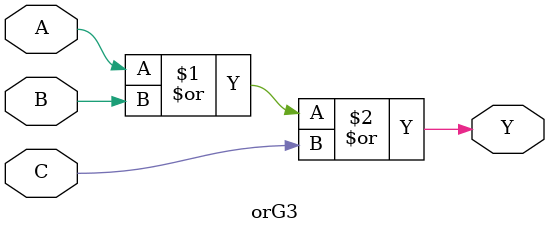
<source format=v>
`timescale 1ns / 1ps

module orG3(
      input A,B,C,
      output Y
    );
    or(Y,A,B,C);
endmodule


/* Behavioral level Modelling
module orG3(
       input A,B,C,
       output reg Y
       );
       always @(*) begin
             Y = A | B | C;
       end
 endmodule
*/

/*Data Flow Modelling
module orG3(
       input A,B,C,
       output Y
       );
       assign Y = A | B | C;
endmodule
*/
</source>
